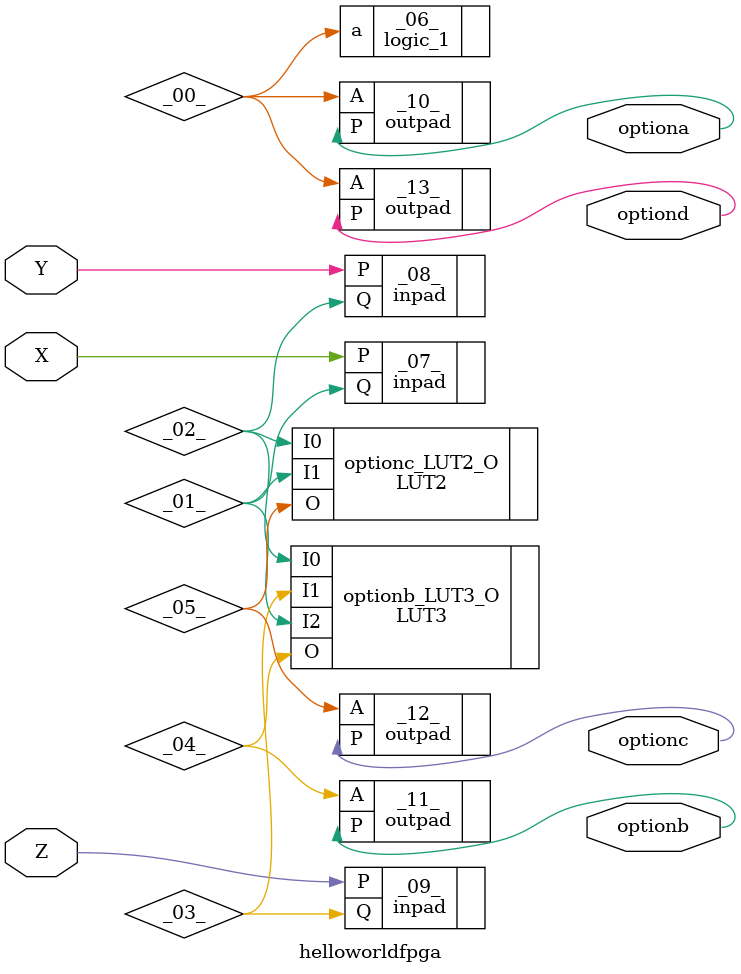
<source format=v>
/* Generated by Yosys 0.9+2406 (git sha1 ca763e6d5, gcc 10.2.1-6 -fPIC -Os) */

(* top =  1  *)
(* src = "/data/data/com.termux/files/home/fpga-examples/blink/helloworldfpga.v:1.1-19.10" *)
module helloworldfpga(X, Y, Z, optiona, optionb, optionc, optiond);
  wire _00_;
  wire _01_;
  wire _02_;
  wire _03_;
  wire _04_;
  wire _05_;
  (* src = "/data/data/com.termux/files/home/fpga-examples/blink/helloworldfpga.v:2.16-2.17" *)
  input X;
  (* src = "/data/data/com.termux/files/home/fpga-examples/blink/helloworldfpga.v:3.16-3.17" *)
  input Y;
  (* src = "/data/data/com.termux/files/home/fpga-examples/blink/helloworldfpga.v:4.16-4.17" *)
  input Z;
  (* src = "/data/data/com.termux/files/home/fpga-examples/blink/helloworldfpga.v:6.17-6.24" *)
  output optiona;
  (* src = "/data/data/com.termux/files/home/fpga-examples/blink/helloworldfpga.v:7.17-7.24" *)
  output optionb;
  (* src = "/data/data/com.termux/files/home/fpga-examples/blink/helloworldfpga.v:8.17-8.24" *)
  output optionc;
  (* src = "/data/data/com.termux/files/home/fpga-examples/blink/helloworldfpga.v:9.17-9.24" *)
  output optiond;
  logic_1 _06_ (
    .a(_00_)
  );
  (* keep = 32'd1 *)
  inpad #(
    .IO_LOC("X14Y3"),
    .IO_PAD("64"),
    .IO_TYPE("BIDIR")
  ) _07_ (
    .P(X),
    .Q(_01_)
  );
  (* keep = 32'd1 *)
  inpad #(
    .IO_LOC("X16Y3"),
    .IO_PAD("62"),
    .IO_TYPE("BIDIR")
  ) _08_ (
    .P(Y),
    .Q(_02_)
  );
  (* keep = 32'd1 *)
  inpad #(
    .IO_LOC("X18Y3"),
    .IO_PAD("63"),
    .IO_TYPE("BIDIR")
  ) _09_ (
    .P(Z),
    .Q(_03_)
  );
  (* keep = 32'd1 *)
  outpad #(
    .IO_LOC("X24Y3"),
    .IO_PAD("59"),
    .IO_TYPE("BIDIR")
  ) _10_ (
    .A(_00_),
    .P(optiona)
  );
  (* keep = 32'd1 *)
  outpad #(
    .IO_LOC("X26Y3"),
    .IO_PAD("57"),
    .IO_TYPE("BIDIR")
  ) _11_ (
    .A(_04_),
    .P(optionb)
  );
  (* keep = 32'd1 *)
  outpad #(
    .IO_LOC("X28Y3"),
    .IO_PAD("56"),
    .IO_TYPE("BIDIR")
  ) _12_ (
    .A(_05_),
    .P(optionc)
  );
  (* keep = 32'd1 *)
  outpad #(
    .IO_LOC("X30Y3"),
    .IO_PAD("55"),
    .IO_TYPE("BIDIR")
  ) _13_ (
    .A(_00_),
    .P(optiond)
  );
  (* module_not_derived = 32'd1 *)
  (* src = "/data/data/com.termux/files/home/symbiflow/bin/../share/yosys/quicklogic/pp3_lut_map.v:36.63-36.121" *)
  LUT3 #(
    .EQN("(~I0*~I1*~I2)+(I0*~I1*~I2)+(I0*I1*~I2)+(I0*~I1*I2)+(~I0*I1*I2)"),
    .INIT(9'h0d7)
  ) optionb_LUT3_O (
    .I0(_02_),
    .I1(_03_),
    .I2(_01_),
    .O(_04_)
  );
  (* module_not_derived = 32'd1 *)
  (* src = "/data/data/com.termux/files/home/symbiflow/bin/../share/yosys/quicklogic/pp3_lut_map.v:32.63-32.110" *)
  LUT2 #(
    .EQN("(~I0*~I1)+(I0*~I1)+(~I0*I1)"),
    .INIT(4'h7)
  ) optionc_LUT2_O (
    .I0(_02_),
    .I1(_01_),
    .O(_05_)
  );
endmodule

</source>
